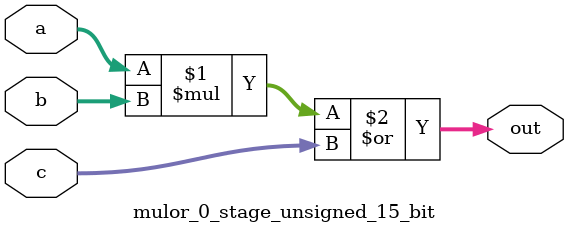
<source format=sv>
(* use_dsp = "yes" *) module mulor_0_stage_unsigned_15_bit(
	input  [14:0] a,
	input  [14:0] b,
	input  [14:0] c,
	output [14:0] out
	);

	assign out = (a * b) | c;
endmodule

</source>
